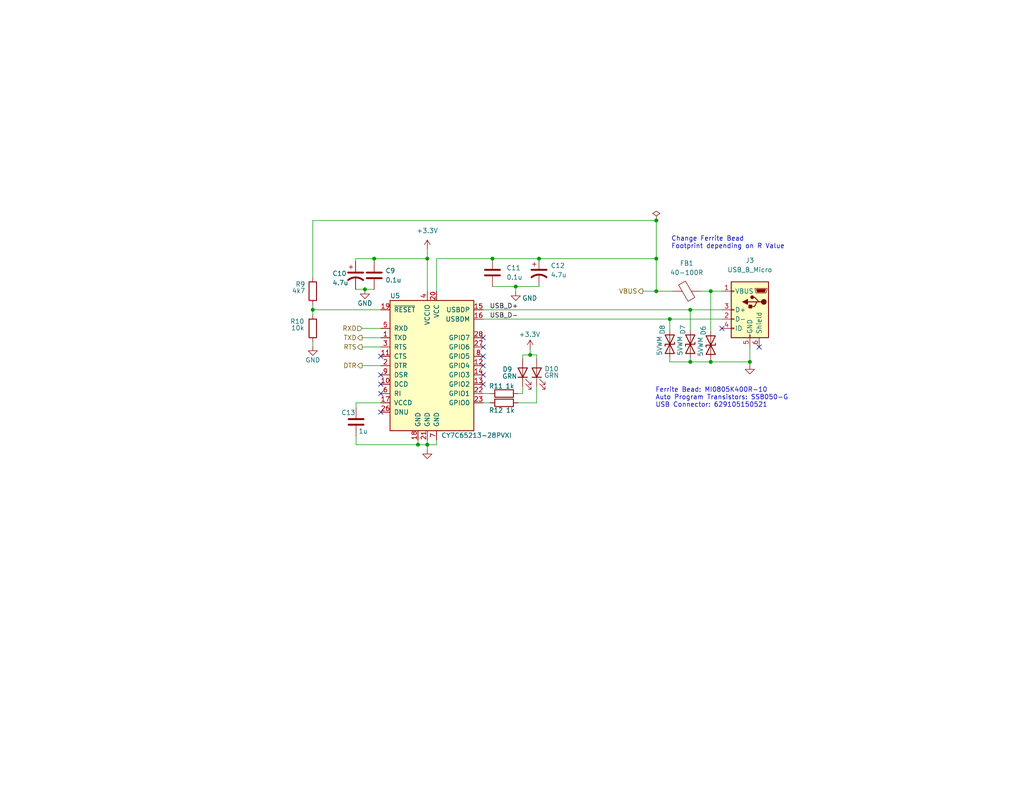
<source format=kicad_sch>
(kicad_sch (version 20211123) (generator eeschema)
  (paper "USLetter")
  (title_block (title "USB-UART Interface (Cypress/Infineon CY7C65213-28PVXI)") (date "2022-11-09") (rev "1.1"))
  (lib_symbols
    (symbol "Connector:USB_B_Micro" (pin_names (offset 1.016))
      (property "Reference" "J" (at -5.08 11.43 0))
      (property "Value" "USB_B_Micro" (at -5.08 8.89 0))
      (symbol "USB_B_Micro_0_1"
        (rectangle (start -5.08 -7.62) (end 5.08 7.62) (stroke (width 0.254)) (fill (type background)))
        (circle (center -3.81 2.159) (radius 0.635) (stroke (width 0.254)) (fill (type outline)))
        (circle (center -0.635 3.429) (radius 0.381) (stroke (width 0.254)) (fill (type outline)))
        (rectangle (start -0.127 -7.62) (end 0.127 -6.858))
        (polyline (pts (xy -1.905 2.159) (xy 0.635 2.159)) (stroke (width 0.254)))
        (polyline (pts (xy -3.175 2.159) (xy -2.54 2.159) (xy -1.27 3.429) (xy -0.635 3.429)) (stroke (width 0.254)))
        (polyline (pts (xy -2.54 2.159) (xy -1.905 2.159) (xy -1.27 0.889) (xy 0 0.889)) (stroke (width 0.254)))
        (polyline (pts (xy 0.635 2.794) (xy 0.635 1.524) (xy 1.905 2.159) (xy 0.635 2.794)) (stroke (width 0.254)) (fill (type outline)))
        (polyline (pts (xy -4.318 5.588) (xy -1.778 5.588) (xy -2.032 4.826) (xy -4.064 4.826) (xy -4.318 5.588)) (fill (type outline)))
        (polyline (pts (xy -4.699 5.842) (xy -4.699 5.588) (xy -4.445 4.826) (xy -4.445 4.572) (xy -1.651 4.572) (xy -1.651 4.826) (xy -1.397 5.588) (xy -1.397 5.842) (xy -4.699 5.842)))
        (rectangle (start 0.254 1.27) (end -0.508 0.508) (stroke (width 0.254)) (fill (type outline)))
        (rectangle (start 5.08 -5.207) (end 4.318 -4.953))
        (rectangle (start 5.08 -2.667) (end 4.318 -2.413))
        (rectangle (start 5.08 -0.127) (end 4.318 0.127))
        (rectangle (start 5.08 4.953) (end 4.318 5.207))
      )
      (symbol "USB_B_Micro_1_1"
        (pin power_out line (at 7.62 5.08 180) (length 2.54) (name "VBUS") (number "1"))
        (pin bidirectional line (at 7.62 -2.54 180) (length 2.54) (name "D-") (number "2"))
        (pin bidirectional line (at 7.62 0 180) (length 2.54) (name "D+") (number "3"))
        (pin passive line (at 7.62 -5.08 180) (length 2.54) (name "ID") (number "4"))
        (pin power_out line (at 0 -10.16 90) (length 2.54) (name "GND") (number "5"))
        (pin passive line (at -2.54 -10.16 90) (length 2.54) (name "Shield") (number "6"))
      )
    )
    (symbol "Device:C" (pin_numbers hide) (pin_names (offset 0.254))
      (property "Reference" "C" (at 0.635 2.54 0))
      (property "Value" "C" (at 0.635 -2.54 0))
      (symbol "C_0_1"
        (polyline (pts (xy -2.032 -0.762) (xy 2.032 -0.762)) (stroke (width 0.508)))
        (polyline (pts (xy -2.032 0.762) (xy 2.032 0.762)) (stroke (width 0.508)))
      )
      (symbol "C_1_1"
        (pin passive line (at 0 3.81 270) (length 2.794) (name "~") (number "1"))
        (pin passive line (at 0 -3.81 90) (length 2.794) (name "~") (number "2"))
      )
    )
    (symbol "Device:C_Polarized_US" (pin_numbers hide) (pin_names (offset 0.254) hide)
      (property "Reference" "C" (at 0.635 2.54 0))
      (property "Value" "C_Polarized_US" (at 0.635 -2.54 0))
      (symbol "C_Polarized_US_0_1"
        (polyline (pts (xy -2.032 0.762) (xy 2.032 0.762)) (stroke (width 0.508)))
        (polyline (pts (xy -1.778 2.286) (xy -0.762 2.286)))
        (polyline (pts (xy -1.27 1.778) (xy -1.27 2.794)))
        (arc (start 2.032 -1.27) (mid 0 -0.5572) (end -2.032 -1.27) (stroke (width 0.508)))
      )
      (symbol "C_Polarized_US_1_1"
        (pin passive line (at 0 3.81 270) (length 2.794) (name "~") (number "1"))
        (pin passive line (at 0 -3.81 90) (length 3.302) (name "~") (number "2"))
      )
    )
    (symbol "Device:D_TVS" (pin_numbers hide) (pin_names (offset 1.016) hide)
      (property "Reference" "D" (at 0 2.54 0))
      (property "Value" "D_TVS" (at 0 -2.54 0))
      (symbol "D_TVS_0_1"
        (polyline (pts (xy 1.27 0) (xy -1.27 0)))
        (polyline (pts (xy 0.508 1.27) (xy 0 1.27) (xy 0 -1.27) (xy -0.508 -1.27)) (stroke (width 0.254)))
        (polyline (pts (xy -2.54 1.27) (xy -2.54 -1.27) (xy 2.54 1.27) (xy 2.54 -1.27) (xy -2.54 1.27)) (stroke (width 0.254)))
      )
      (symbol "D_TVS_1_1"
        (pin passive line (at -3.81 0 0) (length 2.54) (name "A1") (number "1"))
        (pin passive line (at 3.81 0 180) (length 2.54) (name "A2") (number "2"))
      )
    )
    (symbol "Device:FerriteBead" (pin_numbers hide) (pin_names (offset 0))
      (property "Reference" "FB" (at -3.81 0.635 90))
      (property "Value" "FerriteBead" (at 3.81 0 90))
      (symbol "FerriteBead_0_1"
        (polyline (pts (xy 0 -1.27) (xy 0 -1.2192)))
        (polyline (pts (xy 0 1.27) (xy 0 1.2954)))
        (polyline (pts (xy -2.7686 0.4064) (xy -1.7018 2.2606) (xy 2.7686 -0.3048) (xy 1.6764 -2.159) (xy -2.7686 0.4064)))
      )
      (symbol "FerriteBead_1_1"
        (pin passive line (at 0 3.81 270) (length 2.54) (name "~") (number "1"))
        (pin passive line (at 0 -3.81 90) (length 2.54) (name "~") (number "2"))
      )
    )
    (symbol "Device:LED" (pin_numbers hide) (pin_names (offset 1.016) hide)
      (property "Reference" "D" (at 0 2.54 0))
      (property "Value" "LED" (at 0 -2.54 0))
      (symbol "LED_0_1"
        (polyline (pts (xy -1.27 -1.27) (xy -1.27 1.27)) (stroke (width 0.254)))
        (polyline (pts (xy -1.27 0) (xy 1.27 0)))
        (polyline (pts (xy 1.27 -1.27) (xy 1.27 1.27) (xy -1.27 0) (xy 1.27 -1.27)) (stroke (width 0.254)))
        (polyline (pts (xy -3.048 -0.762) (xy -4.572 -2.286) (xy -3.81 -2.286) (xy -4.572 -2.286) (xy -4.572 -1.524)))
        (polyline (pts (xy -1.778 -0.762) (xy -3.302 -2.286) (xy -2.54 -2.286) (xy -3.302 -2.286) (xy -3.302 -1.524)))
      )
      (symbol "LED_1_1"
        (pin passive line (at -3.81 0 0) (length 2.54) (name "K") (number "1"))
        (pin passive line (at 3.81 0 180) (length 2.54) (name "A") (number "2"))
      )
    )
    (symbol "Device:R" (pin_numbers hide) (pin_names (offset 0))
      (property "Reference" "R" (at 2.032 0 90))
      (property "Value" "R" (at 0 0 90))
      (symbol "R_0_1"
        (rectangle (start -1.016 -2.54) (end 1.016 2.54) (stroke (width 0.254)))
      )
      (symbol "R_1_1"
        (pin passive line (at 0 3.81 270) (length 1.27) (name "~") (number "1"))
        (pin passive line (at 0 -3.81 90) (length 1.27) (name "~") (number "2"))
      )
    )
    (symbol "Interface_USB:CY7C65213-28PVXI" (pin_names (offset 1.016))
      (property "Reference" "U" (at -8.89 19.05 0))
      (property "Value" "CY7C65213-28PVXI" (at 3.556 19.05 0))
      (symbol "CY7C65213-28PVXI_0_1"
        (rectangle (start -10.16 17.78) (end 12.7 -17.78) (stroke (width 0.254)) (fill (type background)))
      )
      (symbol "CY7C65213-28PVXI_1_1"
        (pin output line (at -12.7 7.62 0) (length 2.54) (name "TXD") (number "1"))
        (pin input line (at -12.7 -5.08 0) (length 2.54) (name "DCD") (number "10"))
        (pin input line (at -12.7 2.54 0) (length 2.54) (name "CTS") (number "11"))
        (pin bidirectional line (at 15.24 0 180) (length 2.54) (name "GPIO4") (number "12"))
        (pin tri_state line (at 15.24 -5.08 180) (length 2.54) (name "GPIO2") (number "13"))
        (pin bidirectional line (at 15.24 -2.54 180) (length 2.54) (name "GPIO3") (number "14"))
        (pin bidirectional line (at 15.24 15.24 180) (length 2.54) (name "USBDP") (number "15"))
        (pin bidirectional line (at 15.24 12.7 180) (length 2.54) (name "USBDM") (number "16"))
        (pin passive line (at -12.7 -10.16 0) (length 2.54) (name "VCCD") (number "17"))
        (pin power_in line (at -2.54 -20.32 90) (length 2.54) (name "GND") (number "18"))
        (pin bidirectional line (at -12.7 15.24 0) (length 2.54) (name "~{RESET}") (number "19"))
        (pin output line (at -12.7 0 0) (length 2.54) (name "DTR") (number "2"))
        (pin power_in line (at 2.54 20.32 270) (length 2.54) (name "VCC") (number "20"))
        (pin power_in line (at 0 -20.32 90) (length 2.54) (name "GND") (number "21"))
        (pin bidirectional line (at 15.24 -7.62 180) (length 2.54) (name "GPIO1") (number "22"))
        (pin bidirectional line (at 15.24 -10.16 180) (length 2.54) (name "GPIO0") (number "23"))
        (pin no_connect line (at 12.7 -15.24 180) (length 2.54) hide (name "NC") (number "24"))
        (pin no_connect line (at 12.7 -12.7 180) (length 2.54) hide (name "NC") (number "25"))
        (pin passive line (at -12.7 -12.7 0) (length 2.54) (name "DNU") (number "26"))
        (pin tri_state line (at 15.24 5.08 180) (length 2.54) (name "GPIO6") (number "27"))
        (pin tri_state line (at 15.24 7.62 180) (length 2.54) (name "GPIO7") (number "28"))
        (pin output line (at -12.7 5.08 0) (length 2.54) (name "RTS") (number "3"))
        (pin power_in line (at 0 20.32 270) (length 2.54) (name "VCCIO") (number "4"))
        (pin input line (at -12.7 10.16 0) (length 2.54) (name "RXD") (number "5"))
        (pin input line (at -12.7 -7.62 0) (length 2.54) (name "RI") (number "6"))
        (pin power_in line (at 2.54 -20.32 90) (length 2.54) (name "GND") (number "7"))
        (pin tri_state line (at 15.24 2.54 180) (length 2.54) (name "GPIO5") (number "8"))
        (pin input line (at -12.7 -2.54 0) (length 2.54) (name "DSR") (number "9"))
      )
    )
    (symbol "power:+3.3V" (power) (pin_names (offset 0))
      (property "Value" "+3.3V" (at 0 3.556 0))
      (symbol "+3.3V_0_1"
        (polyline (pts (xy -0.762 1.27) (xy 0 2.54)))
        (polyline (pts (xy 0 0) (xy 0 2.54)))
        (polyline (pts (xy 0 2.54) (xy 0.762 1.27)))
      )
      (symbol "+3.3V_1_1"
        (pin power_in line (at 0 0 90) (length 0) hide (name "+3.3V") (number "1"))
      )
    )
    (symbol "power:GND" (power) (pin_names (offset 0))
      (property "Value" "GND" (at 0 -3.81 0))
      (symbol "GND_0_1"
        (polyline (pts (xy 0 0) (xy 0 -1.27) (xy 1.27 -1.27) (xy 0 -2.54) (xy -1.27 -1.27) (xy 0 -1.27)))
      )
      (symbol "GND_1_1"
        (pin power_in line (at 0 0 270) (length 0) hide (name "GND") (number "1"))
      )
    )
    (symbol "power:PWR_FLAG" (power) (pin_numbers hide) (pin_names (offset 0) hide)
      (property "Value" "PWR_FLAG" (at 0 3.81 0))
      (symbol "PWR_FLAG_0_0"
        (pin power_out line (at 0 0 90) (length 0) (name "pwr") (number "1"))
      )
      (symbol "PWR_FLAG_0_1"
        (polyline (pts (xy 0 0) (xy 0 1.27) (xy -1.016 1.905) (xy 0 2.54) (xy 1.016 1.905) (xy 0 1.27)))
      )
    )
  )
  (junction (at 116.586 121.412))
  (junction (at 102.108 70.612))
  (junction (at 99.568 78.994))
  (junction (at 193.929 79.502))
  (junction (at 114.046 121.412))
  (junction (at 116.586 70.612))
  (junction (at 147.066 70.612))
  (junction (at 204.597 98.806))
  (junction (at 182.753 87.122))
  (junction (at 179.07 79.502))
  (junction (at 188.341 84.582))
  (junction (at 179.07 60.198))
  (junction (at 140.716 78.232))
  (junction (at 134.366 70.612))
  (junction (at 193.929 98.806))
  (junction (at 188.341 98.806))
  (junction (at 85.344 84.582))
  (junction (at 144.653 96.901))
  (junction (at 179.07 70.612))
  (no_connect (at 131.826 102.362))
  (no_connect (at 103.886 107.442))
  (no_connect (at 131.826 97.282))
  (no_connect (at 131.826 92.202))
  (no_connect (at 196.977 89.662))
  (no_connect (at 103.886 97.282))
  (no_connect (at 103.886 112.522))
  (no_connect (at 131.826 99.822))
  (no_connect (at 103.886 102.362))
  (no_connect (at 131.826 94.742))
  (no_connect (at 207.137 94.742))
  (no_connect (at 131.826 104.902))
  (no_connect (at 103.886 104.902))
  (wire (pts (xy 131.826 109.982) (xy 133.731 109.982)))
  (wire (pts (xy 85.344 84.582) (xy 103.886 84.582)))
  (wire (pts (xy 142.621 107.442) (xy 142.621 105.537)))
  (wire (pts (xy 134.366 70.612) (xy 147.066 70.612)))
  (wire (pts (xy 116.586 68.072) (xy 116.586 70.612)))
  (wire (pts (xy 141.351 107.442) (xy 142.621 107.442)))
  (wire (pts (xy 146.431 96.901) (xy 146.431 97.917)))
  (wire (pts (xy 85.344 93.472) (xy 85.344 94.488)))
  (wire (pts (xy 97.155 118.999) (xy 97.155 121.412)))
  (wire (pts (xy 179.07 79.502) (xy 175.387 79.502)))
  (wire (pts (xy 196.977 79.502) (xy 193.929 79.502)))
  (wire (pts (xy 85.344 60.198) (xy 179.07 60.198)))
  (wire (pts (xy 98.806 89.662) (xy 103.886 89.662)))
  (wire (pts (xy 144.653 96.901) (xy 146.431 96.901)))
  (wire (pts (xy 131.826 84.582) (xy 188.341 84.582)))
  (wire (pts (xy 119.126 70.612) (xy 134.366 70.612)))
  (wire (pts (xy 114.046 120.142) (xy 114.046 121.412)))
  (wire (pts (xy 116.586 121.412) (xy 119.126 121.412)))
  (wire (pts (xy 146.431 109.982) (xy 146.431 105.537)))
  (wire (pts (xy 85.344 83.312) (xy 85.344 84.582)))
  (wire (pts (xy 97.028 70.612) (xy 102.108 70.612)))
  (wire (pts (xy 116.586 70.612) (xy 116.586 79.502)))
  (wire (pts (xy 98.806 94.742) (xy 103.886 94.742)))
  (wire (pts (xy 97.155 111.379) (xy 97.155 109.982)))
  (wire (pts (xy 193.929 98.806) (xy 204.597 98.806)))
  (wire (pts (xy 98.806 92.202) (xy 103.886 92.202)))
  (wire (pts (xy 134.366 78.232) (xy 140.716 78.232)))
  (wire (pts (xy 179.07 70.612) (xy 179.07 79.502)))
  (wire (pts (xy 193.929 79.502) (xy 193.929 90.424)))
  (wire (pts (xy 116.586 121.412) (xy 116.586 122.682)))
  (wire (pts (xy 182.753 97.79) (xy 182.753 98.806)))
  (wire (pts (xy 131.826 107.442) (xy 133.731 107.442)))
  (wire (pts (xy 85.344 60.198) (xy 85.344 75.692)))
  (wire (pts (xy 182.753 98.806) (xy 188.341 98.806)))
  (wire (pts (xy 179.07 60.198) (xy 179.07 70.612)))
  (wire (pts (xy 188.341 84.582) (xy 188.341 90.17)))
  (wire (pts (xy 188.341 98.806) (xy 193.929 98.806)))
  (wire (pts (xy 114.046 121.412) (xy 116.586 121.412)))
  (wire (pts (xy 97.028 78.994) (xy 99.568 78.994)))
  (wire (pts (xy 99.568 78.994) (xy 102.108 78.994)))
  (wire (pts (xy 140.716 78.232) (xy 140.716 79.502)))
  (wire (pts (xy 97.155 121.412) (xy 114.046 121.412)))
  (wire (pts (xy 97.155 109.982) (xy 103.886 109.982)))
  (wire (pts (xy 116.586 120.142) (xy 116.586 121.412)))
  (wire (pts (xy 204.597 94.742) (xy 204.597 98.806)))
  (wire (pts (xy 119.126 70.612) (xy 119.126 79.502)))
  (wire (pts (xy 142.621 96.901) (xy 142.621 97.917)))
  (wire (pts (xy 102.108 70.612) (xy 116.586 70.612)))
  (wire (pts (xy 182.753 87.122) (xy 182.753 90.17)))
  (wire (pts (xy 147.066 70.612) (xy 179.07 70.612)))
  (wire (pts (xy 204.597 98.806) (xy 204.597 99.568)))
  (wire (pts (xy 97.028 70.612) (xy 97.028 71.374)))
  (wire (pts (xy 188.341 97.79) (xy 188.341 98.806)))
  (wire (pts (xy 142.621 96.901) (xy 144.653 96.901)))
  (wire (pts (xy 183.515 79.502) (xy 179.07 79.502)))
  (wire (pts (xy 131.826 87.122) (xy 182.753 87.122)))
  (wire (pts (xy 196.977 87.122) (xy 182.753 87.122)))
  (wire (pts (xy 193.929 79.502) (xy 191.135 79.502)))
  (wire (pts (xy 102.108 70.612) (xy 102.108 71.374)))
  (wire (pts (xy 144.653 95.377) (xy 144.653 96.901)))
  (wire (pts (xy 196.977 84.582) (xy 188.341 84.582)))
  (wire (pts (xy 119.126 121.412) (xy 119.126 120.142)))
  (wire (pts (xy 193.929 98.044) (xy 193.929 98.806)))
  (wire (pts (xy 140.716 78.232) (xy 147.066 78.232)))
  (wire (pts (xy 85.344 84.582) (xy 85.344 85.852)))
  (wire (pts (xy 98.806 99.822) (xy 103.886 99.822)))
  (wire (pts (xy 141.351 109.982) (xy 146.431 109.982)))
  (text "Ferrite Bead: MI0805K400R-10\nAuto Program Transistors: SS8050-G\nUSB Connector: 629105150521" (at 178.816 111.379 0) (effects (font (size 1.27 1.27)) (justify left bottom)))
  (text "Change Ferrite Bead\nFootprint depending on R Value" (at 183.134 68.072 0) (effects (font (size 1.27 1.27)) (justify left bottom)))
  (label "USB_D+" (at 133.604 84.582 0))
  (label "USB_D-" (at 133.604 87.122 0))
  (hierarchical_label "TXD" (shape output) (at 98.806 92.202 180))
  (hierarchical_label "DTR" (shape output) (at 98.806 99.822 180))
  (hierarchical_label "VBUS" (shape output) (at 175.387 79.502 180))
  (hierarchical_label "RXD" (shape input) (at 98.806 89.662 180))
  (hierarchical_label "RTS" (shape output) (at 98.806 94.742 180))
  (symbol (lib_id "Device:C_Polarized_US") (at 97.028 75.184 0) (unit 1)
    (property "Reference" "C10" (at 90.678 74.676 0) (effects (justify left)))
    (property "Value" "4.7u" (at 90.678 77.216 0) (effects (justify left)))
    (property "Footprint" "Capacitor_SMD:C_0805_2012Metric" (effects hide))
  )
  (symbol (lib_id "Device:D_TVS") (at 182.753 93.98 90) (mirror x) (unit 1)
    (property "Reference" "D8" (at 180.721 88.646 0) (effects (justify left)))
    (property "Value" "5VWM" (at 179.959 91.694 0) (effects (justify left)))
    (property "Footprint" "Diode_SMD:D_0402_1005Metric" (effects hide))
  )
  (symbol (lib_id "Device:D_TVS") (at 193.929 94.234 90) (mirror x) (unit 1)
    (property "Reference" "D6" (at 191.897 88.9 0) (effects (justify left)))
    (property "Value" "5VWM" (at 191.135 91.948 0) (effects (justify left)))
    (property "Footprint" "Diode_SMD:D_0402_1005Metric" (effects hide))
  )
  (symbol (lib_id "Device:FerriteBead") (at 187.325 79.502 270) (mirror x) (unit 1)
    (property "Reference" "FB1" (at 187.3758 71.882 90))
    (property "Value" "40-100R" (at 187.3758 74.422 90))
    (property "Footprint" "Inductor_SMD:L_0603_1608Metric" (effects hide))
  )
  (symbol (lib_id "Device:R") (at 85.344 89.662 180) (unit 1)
    (property "Reference" "R10" (at 83.058 87.757 0) (effects (justify left)))
    (property "Value" "10k" (at 83.058 89.535 0) (effects (justify left)))
    (property "Footprint" "Resistor_SMD:R_0603_1608Metric" (effects hide))
  )
  (symbol (lib_id "Device:R") (at 85.344 79.502 180) (unit 1)
    (property "Reference" "R9" (at 83.312 77.597 0) (effects (justify left)))
    (property "Value" "4k7" (at 83.312 79.375 0) (effects (justify left)))
    (property "Footprint" "Resistor_SMD:R_0603_1608Metric" (effects hide))
  )
  (symbol (lib_id "Interface_USB:CY7C65213-28PVXI") (at 116.586 99.822 0) (unit 1)
    (property "Reference" "U5" (at 106.426 80.772 0) (effects (justify left)))
    (property "Value" "CY7C65213-28PVXI" (at 120.396 118.872 0) (effects (justify left)))
    (property "Footprint" "Package_SO:SSOP-28_5.3x10.2mm_P0.65mm" (effects hide))
    (property "Datasheet" "http://www.cypress.com/file/139881/download" (effects hide))
  )
  (symbol (lib_id "power:+3.3V") (at 144.653 95.377 0) (unit 1)
    (property "Reference" "#PWR0128" (effects hide))
    (property "Value" "+3.3V" (at 147.447 91.313 0) (effects (justify right)))
  )
  (symbol (lib_id "power:GND") (at 85.344 94.488 0) (unit 1)
    (property "Reference" "#PWR0122" (effects hide))
    (property "Value" "GND" (at 85.344 98.298 0))
  )
  (symbol (lib_id "power:GND") (at 116.586 122.682 0) (unit 1)
    (property "Reference" "#PWR0107" (effects hide))
    (property "Value" "GND" (effects hide))
  )
  (symbol (lib_id "Device:C") (at 134.366 74.422 180) (unit 1)
    (property "Reference" "C11" (at 138.176 73.1519 0) (effects (justify right)))
    (property "Value" "0.1u" (at 138.176 75.6919 0) (effects (justify right)))
    (property "Footprint" "Capacitor_SMD:C_0603_1608Metric" (effects hide))
  )
  (symbol (lib_id "power:+3.3V") (at 116.586 68.072 0) (unit 1)
    (property "Reference" "#PWR0111" (effects hide))
    (property "Value" "+3.3V" (at 116.586 62.992 0))
  )
  (symbol (lib_id "Device:C_Polarized_US") (at 147.066 74.422 0) (unit 1)
    (property "Reference" "C12" (at 150.241 72.5169 0) (effects (justify left)))
    (property "Value" "4.7u" (at 150.241 75.0569 0) (effects (justify left)))
    (property "Footprint" "Capacitor_SMD:C_0805_2012Metric" (effects hide))
  )
  (symbol (lib_id "Device:LED") (at 146.431 101.727 90) (unit 1)
    (property "Reference" "D10" (at 150.495 100.711 90))
    (property "Value" "GRN" (at 150.495 102.489 90))
    (property "Footprint" "LED_SMD:LED_0805_2012Metric" (effects hide))
  )
  (symbol (lib_id "power:GND") (at 140.716 79.502 0) (unit 1)
    (property "Reference" "#PWR0108" (effects hide))
    (property "Value" "GND" (at 144.526 81.407 0))
  )
  (symbol (lib_id "Device:C") (at 102.108 75.184 180) (unit 1)
    (property "Reference" "C9" (at 105.156 73.914 0) (effects (justify right)))
    (property "Value" "0.1u" (at 105.156 76.454 0) (effects (justify right)))
    (property "Footprint" "Capacitor_SMD:C_0603_1608Metric" (effects hide))
  )
  (symbol (lib_id "Device:D_TVS") (at 188.341 93.98 90) (mirror x) (unit 1)
    (property "Reference" "D7" (at 186.309 88.646 0) (effects (justify left)))
    (property "Value" "5VWM" (at 185.547 91.694 0) (effects (justify left)))
    (property "Footprint" "Diode_SMD:D_0402_1005Metric" (effects hide))
  )
  (symbol (lib_id "power:GND") (at 204.597 99.568 0) (mirror y) (unit 1)
    (property "Reference" "#PWR0106" (effects hide))
    (property "Value" "GND" (effects hide))
  )
  (symbol (lib_id "power:PWR_FLAG") (at 179.07 60.198 0) (unit 1)
    (property "Reference" "#FLG0102" (effects hide))
    (property "Value" "PWR_FLAG" (effects hide))
  )
  (symbol (lib_id "Device:LED") (at 142.621 101.727 90) (unit 1)
    (property "Reference" "D9" (at 138.43 100.838 90))
    (property "Value" "GRN" (at 139.065 102.743 90))
    (property "Footprint" "LED_SMD:LED_0805_2012Metric" (effects hide))
  )
  (symbol (lib_id "power:GND") (at 99.568 78.994 0) (unit 1)
    (property "Reference" "#PWR0123" (effects hide))
    (property "Value" "GND" (at 99.568 82.804 0))
  )
  (symbol (lib_id "Device:R") (at 137.541 107.442 90) (unit 1)
    (property "Reference" "R11" (at 137.287 105.41 90) (effects (justify left)))
    (property "Value" "1k" (at 140.335 105.41 90) (effects (justify left)))
    (property "Footprint" "Resistor_SMD:R_0603_1608Metric" (effects hide))
  )
  (symbol (lib_id "Connector:USB_B_Micro") (at 204.597 84.582 0) (mirror y) (unit 1)
    (property "Reference" "J3" (at 204.597 71.12 0))
    (property "Value" "USB_B_Micro" (at 204.597 73.66 0))
    (property "Footprint" "Connector_USB:USB_Micro-B_Wuerth_629105150521" (effects hide))
  )
  (symbol (lib_id "Device:R") (at 137.541 109.982 90) (unit 1)
    (property "Reference" "R12" (at 137.287 112.014 90) (effects (justify left)))
    (property "Value" "1k" (at 140.462 112.014 90) (effects (justify left)))
    (property "Footprint" "Resistor_SMD:R_0603_1608Metric" (effects hide))
  )
  (symbol (lib_id "Device:C") (at 97.155 115.189 0) (unit 1)
    (property "Reference" "C13" (at 93.091 112.649 0) (effects (justify left)))
    (property "Value" "1u" (at 97.79 117.729 0) (effects (justify left)))
    (property "Footprint" "Capacitor_SMD:C_0603_1608Metric" (effects hide))
  )
)
</source>
